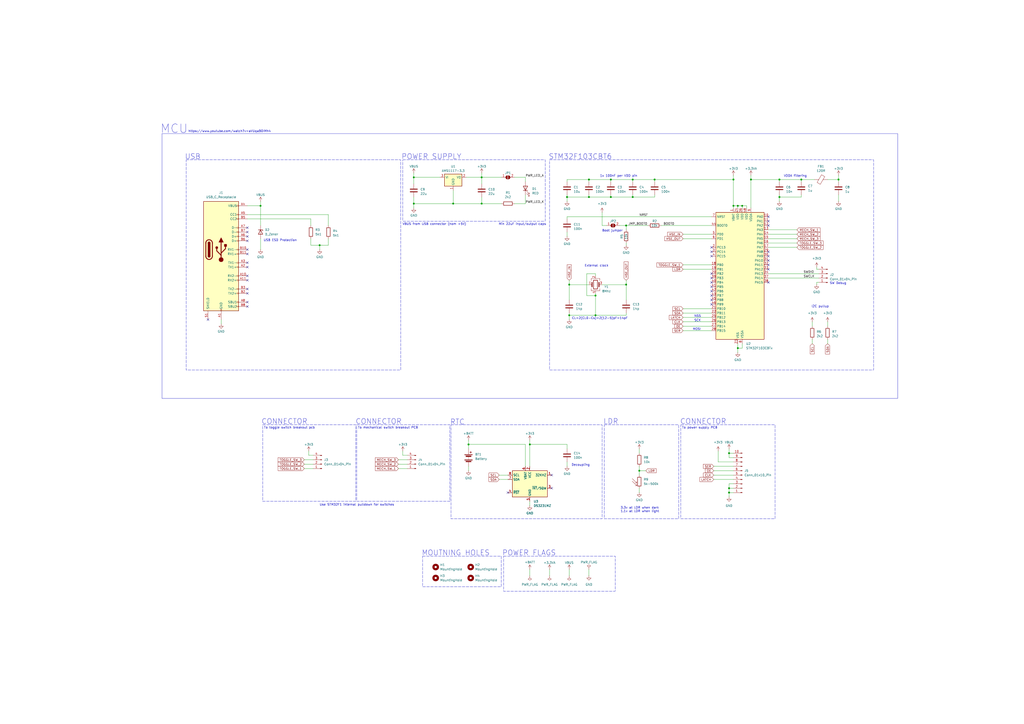
<source format=kicad_sch>
(kicad_sch (version 20231120) (generator "eeschema") (generator_version "8.0")
  (paper "A2")
  (title_block (title "Microcontroller Schematic") (date "2024-07-12") (rev "0.1.4"))
  (junction (at 307.34 257.81))
  (junction (at 363.22 165.1))
  (junction (at 425.45 119.38))
  (junction (at 345.44 171.45))
  (junction (at 363.22 130.81))
  (junction (at 379.73 104.14))
  (junction (at 151.13 119.38))
  (junction (at 330.2 182.88))
  (junction (at 367.03 114.3))
  (junction (at 452.12 114.3))
  (junction (at 345.44 182.88))
  (junction (at 367.03 104.14))
  (junction (at 422.91 285.75))
  (junction (at 422.91 283.21))
  (junction (at 240.03 118.11))
  (junction (at 271.78 257.81))
  (junction (at 427.99 119.38))
  (junction (at 464.82 104.14))
  (junction (at 370.84 273.05))
  (junction (at 279.4 102.87))
  (junction (at 354.33 104.14))
  (junction (at 240.03 102.87))
  (junction (at 341.63 114.3))
  (junction (at 425.45 104.14))
  (junction (at 185.42 142.24))
  (junction (at 422.91 262.89))
  (junction (at 486.41 104.14))
  (junction (at 452.12 104.14))
  (junction (at 430.53 119.38))
  (junction (at 279.4 118.11))
  (junction (at 262.89 118.11))
  (junction (at 354.33 114.3))
  (junction (at 328.93 114.3))
  (junction (at 330.2 165.1))
  (junction (at 341.63 104.14))
  (junction (at 435.61 104.14))
  (junction (at 427.99 201.93))
  (no_connect (at 320.04 275.59))
  (no_connect (at 445.77 128.27))
  (no_connect (at 143.51 134.62))
  (no_connect (at 294.64 285.75))
  (no_connect (at 143.51 147.32))
  (no_connect (at 445.77 151.13))
  (no_connect (at 143.51 152.4))
  (no_connect (at 445.77 146.05))
  (no_connect (at 412.75 171.45))
  (no_connect (at 445.77 163.83))
  (no_connect (at 143.51 175.26))
  (no_connect (at 445.77 153.67))
  (no_connect (at 445.77 125.73))
  (no_connect (at 412.75 163.83))
  (no_connect (at 412.75 168.91))
  (no_connect (at 445.77 156.21))
  (no_connect (at 120.65 185.42))
  (no_connect (at 412.75 148.59))
  (no_connect (at 445.77 130.81))
  (no_connect (at 412.75 143.51))
  (no_connect (at 143.51 170.18))
  (no_connect (at 412.75 146.05))
  (no_connect (at 143.51 137.16))
  (no_connect (at 320.04 283.21))
  (no_connect (at 412.75 166.37))
  (no_connect (at 143.51 167.64))
  (no_connect (at 412.75 161.29))
  (no_connect (at 412.75 176.53))
  (no_connect (at 143.51 177.8))
  (no_connect (at 412.75 158.75))
  (no_connect (at 143.51 144.78))
  (no_connect (at 445.77 148.59))
  (no_connect (at 143.51 132.08))
  (no_connect (at 143.51 160.02))
  (no_connect (at 143.51 154.94))
  (no_connect (at 412.75 173.99))
  (no_connect (at 143.51 162.56))
  (no_connect (at 143.51 139.7))
  (wire (pts (xy 396.24 189.23) (xy 412.75 189.23)))
  (wire (pts (xy 176.53 269.24) (xy 181.61 269.24)))
  (wire (pts (xy 435.61 104.14) (xy 435.61 120.65)))
  (wire (pts (xy 422.91 262.89) (xy 422.91 260.35)))
  (wire (pts (xy 396.24 156.21) (xy 412.75 156.21)))
  (wire (pts (xy 370.84 273.05) (xy 374.65 273.05)))
  (wire (pts (xy 128.27 185.42) (xy 128.27 187.96)))
  (wire (pts (xy 289.56 275.59) (xy 294.64 275.59)))
  (wire (pts (xy 425.45 101.6) (xy 425.45 104.14)))
  (wire (pts (xy 363.22 130.81) (xy 359.41 130.81)))
  (wire (pts (xy 430.53 119.38) (xy 427.99 119.38)))
  (wire (pts (xy 486.41 104.14) (xy 480.06 104.14)))
  (wire (pts (xy 180.34 142.24) (xy 185.42 142.24)))
  (wire (pts (xy 445.77 143.51) (xy 462.28 143.51)))
  (wire (pts (xy 240.03 100.33) (xy 240.03 102.87)))
  (wire (pts (xy 363.22 140.97) (xy 363.22 142.24)))
  (wire (pts (xy 271.78 255.27) (xy 271.78 257.81)))
  (wire (pts (xy 425.45 267.97) (xy 416.56 267.97)))
  (wire (pts (xy 318.77 330.2) (xy 318.77 334.01)))
  (wire (pts (xy 430.53 201.93) (xy 427.99 201.93)))
  (wire (pts (xy 367.03 104.14) (xy 354.33 104.14)))
  (wire (pts (xy 370.84 260.35) (xy 370.84 262.89)))
  (wire (pts (xy 425.45 119.38) (xy 425.45 120.65)))
  (wire (pts (xy 430.53 199.39) (xy 430.53 201.93)))
  (wire (pts (xy 307.34 257.81) (xy 328.93 257.81)))
  (wire (pts (xy 345.44 171.45) (xy 345.44 182.88)))
  (wire (pts (xy 279.4 114.3) (xy 279.4 118.11)))
  (wire (pts (xy 445.77 138.43) (xy 462.28 138.43)))
  (wire (pts (xy 279.4 102.87) (xy 279.4 106.68)))
  (wire (pts (xy 422.91 280.67) (xy 425.45 280.67)))
  (wire (pts (xy 396.24 181.61) (xy 412.75 181.61)))
  (wire (pts (xy 349.25 165.1) (xy 363.22 165.1)))
  (wire (pts (xy 328.93 125.73) (xy 412.75 125.73)))
  (wire (pts (xy 473.71 163.83) (xy 473.71 165.1)))
  (wire (pts (xy 240.03 118.11) (xy 240.03 120.65)))
  (wire (pts (xy 304.8 257.81) (xy 304.8 270.51)))
  (wire (pts (xy 345.44 182.88) (xy 363.22 182.88)))
  (wire (pts (xy 176.53 271.78) (xy 181.61 271.78)))
  (wire (pts (xy 422.91 283.21) (xy 422.91 280.67)))
  (wire (pts (xy 396.24 191.77) (xy 412.75 191.77)))
  (wire (pts (xy 307.34 257.81) (xy 307.34 270.51)))
  (wire (pts (xy 151.13 119.38) (xy 143.51 119.38)))
  (wire (pts (xy 304.8 102.87) (xy 304.8 105.41)))
  (wire (pts (xy 452.12 114.3) (xy 452.12 116.84)))
  (wire (pts (xy 445.77 158.75) (xy 474.98 158.75)))
  (wire (pts (xy 340.36 158.75) (xy 340.36 171.45)))
  (wire (pts (xy 427.99 199.39) (xy 427.99 201.93)))
  (wire (pts (xy 341.63 113.03) (xy 341.63 114.3)))
  (wire (pts (xy 414.02 275.59) (xy 425.45 275.59)))
  (wire (pts (xy 471.17 186.69) (xy 471.17 189.23)))
  (wire (pts (xy 486.41 113.03) (xy 486.41 116.84)))
  (wire (pts (xy 396.24 186.69) (xy 412.75 186.69)))
  (wire (pts (xy 151.13 138.43) (xy 151.13 144.78)))
  (wire (pts (xy 363.22 182.88) (xy 363.22 181.61)))
  (wire (pts (xy 345.44 158.75) (xy 340.36 158.75)))
  (wire (pts (xy 328.93 134.62) (xy 328.93 137.16)))
  (wire (pts (xy 279.4 100.33) (xy 279.4 102.87)))
  (wire (pts (xy 396.24 184.15) (xy 412.75 184.15)))
  (wire (pts (xy 422.91 283.21) (xy 422.91 285.75)))
  (wire (pts (xy 298.45 102.87) (xy 304.8 102.87)))
  (wire (pts (xy 414.02 278.13) (xy 425.45 278.13)))
  (wire (pts (xy 422.91 285.75) (xy 425.45 285.75)))
  (wire (pts (xy 464.82 114.3) (xy 464.82 113.03)))
  (wire (pts (xy 330.2 182.88) (xy 345.44 182.88)))
  (wire (pts (xy 452.12 104.14) (xy 452.12 105.41)))
  (wire (pts (xy 330.2 181.61) (xy 330.2 182.88)))
  (wire (pts (xy 452.12 113.03) (xy 452.12 114.3)))
  (wire (pts (xy 370.84 273.05) (xy 370.84 275.59)))
  (wire (pts (xy 367.03 114.3) (xy 379.73 114.3)))
  (wire (pts (xy 464.82 104.14) (xy 472.44 104.14)))
  (wire (pts (xy 474.98 163.83) (xy 473.71 163.83)))
  (wire (pts (xy 185.42 144.78) (xy 185.42 142.24)))
  (wire (pts (xy 425.45 265.43) (xy 422.91 265.43)))
  (wire (pts (xy 190.5 124.46) (xy 190.5 130.81)))
  (wire (pts (xy 486.41 105.41) (xy 486.41 104.14)))
  (wire (pts (xy 236.22 264.16) (xy 233.68 264.16)))
  (wire (pts (xy 396.24 138.43) (xy 412.75 138.43)))
  (wire (pts (xy 330.2 330.2) (xy 330.2 334.01)))
  (wire (pts (xy 270.51 102.87) (xy 279.4 102.87)))
  (wire (pts (xy 474.98 156.21) (xy 473.71 156.21)))
  (wire (pts (xy 330.2 185.42) (xy 330.2 182.88)))
  (wire (pts (xy 379.73 105.41) (xy 379.73 104.14)))
  (wire (pts (xy 464.82 104.14) (xy 464.82 105.41)))
  (wire (pts (xy 367.03 104.14) (xy 367.03 105.41)))
  (wire (pts (xy 379.73 104.14) (xy 367.03 104.14)))
  (wire (pts (xy 279.4 118.11) (xy 262.89 118.11)))
  (wire (pts (xy 330.2 162.56) (xy 330.2 165.1)))
  (wire (pts (xy 445.77 140.97) (xy 462.28 140.97)))
  (wire (pts (xy 452.12 114.3) (xy 464.82 114.3)))
  (wire (pts (xy 425.45 119.38) (xy 425.45 104.14)))
  (wire (pts (xy 452.12 104.14) (xy 464.82 104.14)))
  (wire (pts (xy 231.14 266.7) (xy 236.22 266.7)))
  (wire (pts (xy 271.78 257.81) (xy 271.78 260.35)))
  (wire (pts (xy 179.07 264.16) (xy 179.07 261.62)))
  (wire (pts (xy 435.61 101.6) (xy 435.61 104.14)))
  (wire (pts (xy 363.22 165.1) (xy 363.22 173.99)))
  (wire (pts (xy 354.33 114.3) (xy 367.03 114.3)))
  (wire (pts (xy 143.51 127) (xy 180.34 127)))
  (wire (pts (xy 367.03 113.03) (xy 367.03 114.3)))
  (wire (pts (xy 349.25 123.19) (xy 349.25 130.81)))
  (wire (pts (xy 181.61 264.16) (xy 179.07 264.16)))
  (wire (pts (xy 435.61 104.14) (xy 452.12 104.14)))
  (wire (pts (xy 340.36 171.45) (xy 345.44 171.45)))
  (wire (pts (xy 425.45 283.21) (xy 422.91 283.21)))
  (wire (pts (xy 396.24 179.07) (xy 412.75 179.07)))
  (wire (pts (xy 341.63 114.3) (xy 354.33 114.3)))
  (wire (pts (xy 345.44 171.45) (xy 345.44 170.18)))
  (wire (pts (xy 480.06 186.69) (xy 480.06 189.23)))
  (wire (pts (xy 370.84 270.51) (xy 370.84 273.05)))
  (wire (pts (xy 363.22 162.56) (xy 363.22 165.1)))
  (wire (pts (xy 430.53 119.38) (xy 430.53 120.65)))
  (wire (pts (xy 298.45 118.11) (xy 304.8 118.11)))
  (wire (pts (xy 231.14 269.24) (xy 236.22 269.24)))
  (wire (pts (xy 383.54 130.81) (xy 412.75 130.81)))
  (wire (pts (xy 396.24 153.67) (xy 412.75 153.67)))
  (wire (pts (xy 480.06 196.85) (xy 480.06 199.39)))
  (wire (pts (xy 416.56 267.97) (xy 416.56 261.62)))
  (wire (pts (xy 307.34 290.83) (xy 307.34 293.37)))
  (wire (pts (xy 486.41 101.6) (xy 486.41 104.14)))
  (wire (pts (xy 433.07 119.38) (xy 430.53 119.38)))
  (wire (pts (xy 427.99 119.38) (xy 425.45 119.38)))
  (wire (pts (xy 363.22 130.81) (xy 375.92 130.81)))
  (wire (pts (xy 271.78 257.81) (xy 304.8 257.81)))
  (wire (pts (xy 328.93 113.03) (xy 328.93 114.3)))
  (wire (pts (xy 328.93 114.3) (xy 341.63 114.3)))
  (wire (pts (xy 363.22 133.35) (xy 363.22 130.81)))
  (wire (pts (xy 341.63 104.14) (xy 341.63 105.41)))
  (wire (pts (xy 328.93 125.73) (xy 328.93 127)))
  (wire (pts (xy 180.34 138.43) (xy 180.34 142.24)))
  (wire (pts (xy 240.03 118.11) (xy 240.03 114.3)))
  (wire (pts (xy 341.63 104.14) (xy 328.93 104.14)))
  (wire (pts (xy 307.34 255.27) (xy 307.34 257.81)))
  (wire (pts (xy 422.91 285.75) (xy 422.91 288.29)))
  (wire (pts (xy 379.73 114.3) (xy 379.73 113.03)))
  (wire (pts (xy 330.2 165.1) (xy 341.63 165.1)))
  (wire (pts (xy 240.03 106.68) (xy 240.03 102.87)))
  (wire (pts (xy 151.13 116.84) (xy 151.13 119.38)))
  (wire (pts (xy 143.51 124.46) (xy 190.5 124.46)))
  (wire (pts (xy 445.77 133.35) (xy 462.28 133.35)))
  (wire (pts (xy 271.78 270.51) (xy 271.78 273.05)))
  (wire (pts (xy 180.34 130.81) (xy 180.34 127)))
  (wire (pts (xy 307.34 330.2) (xy 307.34 334.01)))
  (wire (pts (xy 328.93 267.97) (xy 328.93 270.51)))
  (wire (pts (xy 304.8 118.11) (xy 304.8 113.03)))
  (wire (pts (xy 328.93 260.35) (xy 328.93 257.81)))
  (wire (pts (xy 289.56 278.13) (xy 294.64 278.13)))
  (wire (pts (xy 262.89 110.49) (xy 262.89 118.11)))
  (wire (pts (xy 471.17 196.85) (xy 471.17 199.39)))
  (wire (pts (xy 190.5 138.43) (xy 190.5 142.24)))
  (wire (pts (xy 354.33 113.03) (xy 354.33 114.3)))
  (wire (pts (xy 328.93 104.14) (xy 328.93 105.41)))
  (wire (pts (xy 341.63 330.2) (xy 341.63 334.01)))
  (wire (pts (xy 328.93 116.84) (xy 328.93 114.3)))
  (wire (pts (xy 445.77 135.89) (xy 462.28 135.89)))
  (wire (pts (xy 354.33 104.14) (xy 354.33 105.41)))
  (wire (pts (xy 414.02 270.51) (xy 425.45 270.51)))
  (wire (pts (xy 396.24 135.89) (xy 412.75 135.89)))
  (wire (pts (xy 279.4 118.11) (xy 290.83 118.11)))
  (wire (pts (xy 345.44 160.02) (xy 345.44 158.75)))
  (wire (pts (xy 185.42 142.24) (xy 190.5 142.24)))
  (wire (pts (xy 240.03 102.87) (xy 255.27 102.87)))
  (wire (pts (xy 473.71 156.21) (xy 473.71 154.94)))
  (wire (pts (xy 279.4 102.87) (xy 290.83 102.87)))
  (wire (pts (xy 262.89 118.11) (xy 240.03 118.11)))
  (wire (pts (xy 427.99 204.47) (xy 427.99 201.93)))
  (wire (pts (xy 422.91 265.43) (xy 422.91 262.89)))
  (wire (pts (xy 349.25 130.81) (xy 351.79 130.81)))
  (wire (pts (xy 151.13 119.38) (xy 151.13 130.81)))
  (wire (pts (xy 445.77 161.29) (xy 474.98 161.29)))
  (wire (pts (xy 414.02 273.05) (xy 425.45 273.05)))
  (wire (pts (xy 422.91 262.89) (xy 425.45 262.89)))
  (wire (pts (xy 231.14 271.78) (xy 236.22 271.78)))
  (wire (pts (xy 379.73 104.14) (xy 425.45 104.14)))
  (wire (pts (xy 433.07 119.38) (xy 433.07 120.65)))
  (wire (pts (xy 330.2 165.1) (xy 330.2 173.99)))
  (wire (pts (xy 176.53 266.7) (xy 181.61 266.7)))
  (wire (pts (xy 427.99 119.38) (xy 427.99 120.65)))
  (wire (pts (xy 233.68 264.16) (xy 233.68 261.62)))
  (wire (pts (xy 370.84 283.21) (xy 370.84 285.75)))
  (wire (pts (xy 354.33 104.14) (xy 341.63 104.14)))
  (rectangle (start 245.11 322.58) (end 290.83 340.36) (stroke (width 0) (type dash)))
  (rectangle (start 107.95 92.71) (end 232.41 214.63) (stroke (width 0) (type dash)))
  (rectangle (start 207.01 246.38) (end 260.985 290.83) (stroke (width 0) (type dash)))
  (rectangle (start 233.68 92.71) (end 316.23 128.27) (stroke (width 0) (type dash)))
  (rectangle (start 318.77 92.71) (end 506.73 214.63) (stroke (width 0) (type dash)))
  (rectangle (start 93.98 77.47) (end 520.7 231.14))
  (rectangle (start 261.62 246.38) (end 349.25 300.99) (stroke (width 0) (type dash)))
  (rectangle (start 394.97 246.38) (end 449.58 300.99) (stroke (width 0) (type dash)))
  (rectangle (start 292.1 322.58) (end 356.87 342.9) (stroke (width 0) (type dash)))
  (rectangle (start 350.52 246.38) (end 393.7 300.99) (stroke (width 0) (type dash)))
  (rectangle (start 152.4 246.38) (end 206.375 290.83) (stroke (width 0) (type dash)))
  (text "https://www.youtube.com/watch?v=aVUqaB0IMh4" (at 109.22 76.962 0) (effects (font (size 1.27 1.27)) (justify left bottom)))
  (text "USB" (at 107.188 92.71 0) (effects (font (size 3 3)) (justify left bottom)))
  (text "CONNECTOR" (at 407.924 244.602 0) (effects (font (size 3 3))))
  (text "USB ESD Protection" (at 152.908 140.208 0) (effects (font (size 1.27 1.27)) (justify left bottom)))
  (text "To toggle switch breakout pcb" (at 167.894 248.158 0) (effects (font (size 1.27 1.27))))
  (text "VDDA filtering" (at 454.66 102.87 0) (effects (font (size 1.27 1.27)) (justify left bottom)))
  (text "MOUTNING HOLES" (at 244.602 322.58 0) (effects (font (size 3 3)) (justify left bottom)))
  (text "POWER SUPPLY" (at 232.918 92.71 0) (effects (font (size 3 3)) (justify left bottom)))
  (text "NSS" (at 406.654 184.15 0) (effects (font (size 1.27 1.27)) (justify right bottom)))
  (text "External clock" (at 339.09 154.94 0) (effects (font (size 1.27 1.27)) (justify left bottom)))
  (text "STM32F103CBT6" (at 318.262 92.71 0) (effects (font (size 3 3)) (justify left bottom)))
  (text "3.3v at LDR when dark\n1.1v at LDR when light" (at 359.918 295.656 0) (effects (font (size 1.27 1.27)) (justify left)))
  (text "Decoupling" (at 331.47 270.51 0) (effects (font (size 1.27 1.27)) (justify left bottom)))
  (text "SW Debug" (at 481.33 165.1 0) (effects (font (size 1.27 1.27)) (justify left bottom)))
  (text "CL=2(CL0-Cs)=2(12-5)pF=14pF" (at 331.724 185.42 0) (effects (font (size 1.27 1.27)) (justify left bottom)))
  (text "To mechanical switch breakout PCB" (at 225.044 248.158 0) (effects (font (size 1.27 1.27))))
  (text "I2C pullup" (at 470.662 178.562 0) (effects (font (size 1.27 1.27)) (justify left bottom)))
  (text "CONNECTOR" (at 151.638 246.38 0) (effects (font (size 3 3)) (justify left bottom)))
  (text "POWER FLAGS" (at 291.338 322.58 0) (effects (font (size 3 3)) (justify left bottom)))
  (text "1x 100nF per VDD pin" (at 347.98 102.87 0) (effects (font (size 1.27 1.27)) (justify left bottom)))
  (text "Boot jumper" (at 349.25 134.62 0) (effects (font (size 1.27 1.27)) (justify left bottom)))
  (text "Min 22uF input/output caps" (at 289.306 130.81 0) (effects (font (size 1.27 1.27)) (justify left bottom)))
  (text "MCU" (at 92.964 77.724 0) (effects (font (size 5 5)) (justify left bottom)))
  (text "VBUS from USB connector (nom +5V)\n" (at 233.426 130.81 0) (effects (font (size 1.27 1.27)) (justify left bottom)))
  (text "LDR" (at 354.33 244.602 0) (effects (font (size 3 3))))
  (text "CONNECTOR" (at 206.248 246.38 0) (effects (font (size 3 3)) (justify left bottom)))
  (text "RTC" (at 261.112 246.634 0) (effects (font (size 3 3)) (justify left bottom)))
  (text "To power supply PCB" (at 405.892 248.158 0) (effects (font (size 1.27 1.27))))
  (text "SCK" (at 406.654 186.69 0) (effects (font (size 1.27 1.27)) (justify right bottom)))
  (text "Use STM32F1 internal pulldown for switches" (at 207.01 292.862 0) (effects (font (size 1.27 1.27))))
  (text "MOSI" (at 406.654 191.77 0) (effects (font (size 1.27 1.27)) (justify right bottom)))
  (label "PWR_LED_K" (at 304.8 118.11 0))
  (label "BOOT0" (at 384.81 130.81 0))
  (label "PWR_LED_A" (at 304.8 102.87 0))
  (label "JMP_BOOT0" (at 364.49 130.81 0))
  (label "NRST" (at 370.84 125.73 0))
  (label "SWCLK" (at 466.09 161.29 0))
  (label "SWDIO" (at 466.09 158.75 0))
  (global_label "HSE_OUT" (shape input) (at 363.22 162.56 90) (property "Intersheetrefs" "${INTERSHEET_REFS}" (effects (hide yes))))
  (global_label "HSE_IN" (shape input) (at 330.2 162.56 90) (property "Intersheetrefs" "${INTERSHEET_REFS}" (effects (hide yes))))
  (global_label "LATCH" (shape input) (at 396.24 184.15 180) (property "Intersheetrefs" "${INTERSHEET_REFS}" (effects (hide yes))))
  (global_label "LDR" (shape input) (at 396.24 156.21 180) (property "Intersheetrefs" "${INTERSHEET_REFS}" (effects (hide yes))))
  (global_label "LATCH" (shape input) (at 414.02 278.13 180) (property "Intersheetrefs" "${INTERSHEET_REFS}" (effects (hide yes))))
  (global_label "CLK" (shape input) (at 396.24 186.69 180) (property "Intersheetrefs" "${INTERSHEET_REFS}" (effects (hide yes))))
  (global_label "SCL" (shape input) (at 396.24 179.07 180) (property "Intersheetrefs" "${INTERSHEET_REFS}" (effects (hide yes))))
  (global_label "MECH_SW_3" (shape input) (at 462.28 138.43 0) (property "Intersheetrefs" "${INTERSHEET_REFS}" (effects (hide yes))))
  (global_label "SER" (shape input) (at 396.24 191.77 180) (property "Intersheetrefs" "${INTERSHEET_REFS}" (effects (hide yes))))
  (global_label "SER" (shape input) (at 414.02 270.51 180) (property "Intersheetrefs" "${INTERSHEET_REFS}" (effects (hide yes))))
  (global_label "LDR" (shape input) (at 374.65 273.05 0) (property "Intersheetrefs" "${INTERSHEET_REFS}" (effects (hide yes))))
  (global_label "TOGGLE_SW_2" (shape input) (at 462.28 143.51 0) (property "Intersheetrefs" "${INTERSHEET_REFS}" (effects (hide yes))))
  (global_label "TOGGLE_SW_3" (shape input) (at 176.53 266.7 180) (property "Intersheetrefs" "${INTERSHEET_REFS}" (effects (hide yes))))
  (global_label "SCL" (shape input) (at 289.56 275.59 180) (property "Intersheetrefs" "${INTERSHEET_REFS}" (effects (hide yes))))
  (global_label "OE" (shape input) (at 396.24 189.23 180) (property "Intersheetrefs" "${INTERSHEET_REFS}" (effects (hide yes))))
  (global_label "SDA" (shape input) (at 396.24 181.61 180) (property "Intersheetrefs" "${INTERSHEET_REFS}" (effects (hide yes))))
  (global_label "SDA" (shape input) (at 480.06 199.39 270) (property "Intersheetrefs" "${INTERSHEET_REFS}" (effects (hide yes))))
  (global_label "MECH_SW_1" (shape input) (at 462.28 133.35 0) (property "Intersheetrefs" "${INTERSHEET_REFS}" (effects (hide yes))))
  (global_label "OE" (shape input) (at 414.02 273.05 180) (property "Intersheetrefs" "${INTERSHEET_REFS}" (effects (hide yes))))
  (global_label "TOGGLE_SW_1" (shape input) (at 396.24 153.67 180) (property "Intersheetrefs" "${INTERSHEET_REFS}" (effects (hide yes))))
  (global_label "HSE_IN" (shape input) (at 396.24 135.89 180) (property "Intersheetrefs" "${INTERSHEET_REFS}" (effects (hide yes))))
  (global_label "TOGGLE_SW_2" (shape input) (at 176.53 269.24 180) (property "Intersheetrefs" "${INTERSHEET_REFS}" (effects (hide yes))))
  (global_label "SDA" (shape input) (at 289.56 278.13 180) (property "Intersheetrefs" "${INTERSHEET_REFS}" (effects (hide yes))))
  (global_label "MECH_SW_2" (shape input) (at 462.28 135.89 0) (property "Intersheetrefs" "${INTERSHEET_REFS}" (effects (hide yes))))
  (global_label "SCL" (shape input) (at 471.17 199.39 270) (property "Intersheetrefs" "${INTERSHEET_REFS}" (effects (hide yes))))
  (global_label "TOGGLE_SW_3" (shape input) (at 462.28 140.97 0) (property "Intersheetrefs" "${INTERSHEET_REFS}" (effects (hide yes))))
  (global_label "CLK" (shape input) (at 414.02 275.59 180) (property "Intersheetrefs" "${INTERSHEET_REFS}" (effects (hide yes))))
  (global_label "MECH_SW_2" (shape input) (at 231.14 269.24 180) (property "Intersheetrefs" "${INTERSHEET_REFS}" (effects (hide yes))))
  (global_label "MECH_SW_1" (shape input) (at 231.14 271.78 180) (property "Intersheetrefs" "${INTERSHEET_REFS}" (effects (hide yes))))
  (global_label "HSE_OUT" (shape input) (at 396.24 138.43 180) (property "Intersheetrefs" "${INTERSHEET_REFS}" (effects (hide yes))))
  (global_label "TOGGLE_SW_1" (shape input) (at 176.53 271.78 180) (property "Intersheetrefs" "${INTERSHEET_REFS}" (effects (hide yes))))
  (global_label "MECH_SW_3" (shape input) (at 231.14 266.7 180) (property "Intersheetrefs" "${INTERSHEET_REFS}" (effects (hide yes))))
  (symbol (lib_name "VBUS_3") (lib_id "power:VBUS") (at 151.13 116.84 0) (unit 1)
    (property "Reference" "#PWR06" (effects (hide yes)))
    (property "Value" "VBUS" (at 151.13 113.03 0))
    (property "Description" "Power symbol creates a global label with name \"VBUS\"" (effects (hide yes)))
  )
  (symbol (lib_id "power:PWR_FLAG") (at 341.63 330.2 0) (unit 1)
    (property "Reference" "#FLG01" (effects (hide yes)))
    (property "Value" "PWR_FLAG" (at 341.63 326.136 0))
    (property "Description" "Special symbol for telling ERC where power comes from" (effects (hide yes)))
  )
  (symbol (lib_id "power:GND") (at 473.71 165.1 0) (unit 1)
    (property "Reference" "#PWR016" (effects (hide yes)))
    (property "Value" "GND" (at 473.71 169.418 0))
    (property "Description" "Power symbol creates a global label with name \"GND\" , ground" (effects (hide yes)))
  )
  (symbol (lib_id "Regulator_Linear:AMS1117-3.3") (at 262.89 102.87 0) (unit 1)
    (property "Reference" "U1" (at 262.89 96.52 0))
    (property "Value" "AMS1117-3.3" (at 262.89 99.06 0))
    (property "Footprint" "Package_TO_SOT_SMD:SOT-223-3_TabPin2" (effects (hide yes)))
    (property "Datasheet" "http://www.advanced-monolithic.com/pdf/ds1117.pdf" (effects (hide yes)))
  )
  (symbol (lib_id "Device:Battery") (at 271.78 265.43 0) (unit 1)
    (property "Reference" "BT1" (at 275.59 263.5884 0) (effects (justify left)))
    (property "Value" "Battery" (at 275.59 266.1284 0) (effects (justify left)))
    (property "Footprint" "Custom:BAT-HLD-005-THM" (effects (hide yes)))
  )
  (symbol (lib_id "Device:Crystal_GND24") (at 345.44 165.1 0) (unit 1)
    (property "Reference" "Y1" (at 351.79 166.37 0))
    (property "Value" "8Mhz" (at 351.79 168.91 0))
    (property "Footprint" "Crystal:Crystal_SMD_3225-4Pin_3.2x2.5mm" (effects (hide yes)))
    (property "Description" "TAXM8M4RFDCET2T" (effects (hide yes)))
  )
  (symbol (lib_id "Connector:Conn_01x10_Pin") (at 430.53 275.59 180) (unit 1)
    (property "Reference" "J5" (at 431.8 273.0499 0) (effects (justify right)))
    (property "Value" "Conn_01x10_Pin" (at 431.8 275.5899 0) (effects (justify right)))
    (property "Footprint" "Connector_IDC:IDC-Header_2x05_P2.54mm_Vertical" (effects (hide yes)))
    (property "Description" "Generic connector, single row, 01x10, script generated" (effects (hide yes)))
  )
  (symbol (lib_id "power:PWR_FLAG") (at 307.34 334.01 180) (unit 1)
    (property "Reference" "#FLG02" (effects (hide yes)))
    (property "Value" "PWR_FLAG" (at 307.34 339.09 0))
    (property "Description" "Special symbol for telling ERC where power comes from" (effects (hide yes)))
  )
  (symbol (lib_id "power:+BATT") (at 271.78 255.27 0) (unit 1)
    (property "Reference" "#PWR022" (effects (hide yes)))
    (property "Value" "+BATT" (at 271.78 251.46 0))
    (property "Description" "Power symbol creates a global label with name \"+BATT\"" (effects (hide yes)))
  )
  (symbol (lib_id "power:+BATT") (at 307.34 330.2 0) (unit 1)
    (property "Reference" "#PWR034" (effects (hide yes)))
    (property "Value" "+BATT" (at 307.34 326.136 0))
    (property "Description" "Power symbol creates a global label with name \"+BATT\"" (effects (hide yes)))
  )
  (symbol (lib_id "power:+3V3") (at 349.25 123.19 0) (unit 1)
    (property "Reference" "#PWR011" (effects (hide yes)))
    (property "Value" "+3V3" (at 349.25 118.11 0))
    (property "Description" "Power symbol creates a global label with name \"+3V3\"" (effects (hide yes)))
  )
  (symbol (lib_id "Device:C") (at 328.93 264.16 0) (unit 1)
    (property "Reference" "C14" (at 332.74 262.8899 0) (effects (justify left)))
    (property "Value" "100n" (at 332.74 265.4299 0) (effects (justify left)))
    (property "Footprint" "Capacitor_SMD:C_0603_1608Metric" (effects (hide yes)))
  )
  (symbol (lib_id "Device:R") (at 294.64 118.11 270) (unit 1)
    (property "Reference" "R1" (at 294.64 111.76 90))
    (property "Value" "2k2" (at 294.64 114.3 90))
    (property "Footprint" "Resistor_SMD:R_0603_1608Metric" (effects (hide yes)))
  )
  (symbol (lib_id "power:+3V3") (at 307.34 255.27 0) (unit 1)
    (property "Reference" "#PWR023" (effects (hide yes)))
    (property "Value" "+3V3" (at 307.34 251.46 0))
    (property "Description" "Power symbol creates a global label with name \"+3V3\"" (effects (hide yes)))
  )
  (symbol (lib_id "power:GND") (at 427.99 204.47 0) (unit 1)
    (property "Reference" "#PWR021" (effects (hide yes)))
    (property "Value" "GND" (at 427.99 208.788 0))
    (property "Description" "Power symbol creates a global label with name \"GND\" , ground" (effects (hide yes)))
  )
  (symbol (lib_id "power:+3V3") (at 425.45 101.6 0) (unit 1)
    (property "Reference" "#PWR03" (effects (hide yes)))
    (property "Value" "+3V3" (at 425.45 97.79 0))
    (property "Description" "Power symbol creates a global label with name \"+3V3\"" (effects (hide yes)))
  )
  (symbol (lib_id "Connector:USB_C_Receptacle") (at 128.27 144.78 0) (unit 1)
    (property "Reference" "J1" (at 128.27 111.76 0))
    (property "Value" "USB_C_Receptacle" (at 128.27 114.3 0))
    (property "Footprint" "Connector_USB:USB_C_Receptacle_GCT_USB4125-xx-x-0190_6P_TopMnt_Horizontal" (effects (hide yes)))
    (property "Datasheet" "https://www.usb.org/sites/default/files/documents/usb_type-c.zip" (effects (hide yes)))
  )
  (symbol (lib_id "Device:R") (at 379.73 130.81 270) (unit 1)
    (property "Reference" "R2" (at 379.73 128.27 90))
    (property "Value" "10k" (at 379.73 130.81 90))
    (property "Footprint" "Resistor_SMD:R_0603_1608Metric" (effects (hide yes)))
  )
  (symbol (lib_id "power:GND") (at 328.93 270.51 0) (unit 1)
    (property "Reference" "#PWR029" (effects (hide yes)))
    (property "Value" "GND" (at 328.93 274.828 0))
    (property "Description" "Power symbol creates a global label with name \"GND\" , ground" (effects (hide yes)))
  )
  (symbol (lib_id "power:PWR_FLAG") (at 330.2 334.01 180) (unit 1)
    (property "Reference" "#FLG04" (effects (hide yes)))
    (property "Value" "PWR_FLAG" (at 330.2 339.09 0))
    (property "Description" "Special symbol for telling ERC where power comes from" (effects (hide yes)))
  )
  (symbol (lib_id "Device:C") (at 240.03 110.49 0) (unit 1)
    (property "Reference" "C9" (at 243.84 109.855 0) (effects (justify left)))
    (property "Value" "22u" (at 243.84 112.395 0) (effects (justify left)))
    (property "Footprint" "Capacitor_SMD:C_0805_2012Metric" (effects (hide yes)))
  )
  (symbol (lib_id "power:GND") (at 328.93 116.84 0) (unit 1)
    (property "Reference" "#PWR07" (effects (hide yes)))
    (property "Value" "GND" (at 328.93 121.158 0))
    (property "Description" "Power symbol creates a global label with name \"GND\" , ground" (effects (hide yes)))
  )
  (symbol (lib_id "Device:R") (at 471.17 193.04 180) (unit 1)
    (property "Reference" "R6" (at 473.71 192.405 0) (effects (justify right)))
    (property "Value" "2k2" (at 473.71 194.945 0) (effects (justify right)))
    (property "Footprint" "Resistor_SMD:R_0603_1608Metric" (effects (hide yes)))
  )
  (symbol (lib_id "Device:R") (at 363.22 137.16 180) (unit 1)
    (property "Reference" "R5" (at 360.68 137.16 90))
    (property "Value" "10k" (at 363.22 137.16 90))
    (property "Footprint" "Resistor_SMD:R_0603_1608Metric" (effects (hide yes)))
  )
  (symbol (lib_id "Mechanical:MountingHole") (at 273.05 328.93 0) (unit 1) (exclude_from_sim yes) (in_bom no)
    (property "Reference" "H2" (at 275.59 327.6599 0) (effects (justify left)))
    (property "Value" "MountingHole" (at 275.59 330.1999 0) (effects (justify left)))
    (property "Footprint" "MountingHole:MountingHole_3.2mm_M3" (effects (hide yes)))
    (property "Description" "Mounting Hole without connection" (effects (hide yes)))
  )
  (symbol (lib_id "power:+3.3VA") (at 435.61 101.6 0) (unit 1)
    (property "Reference" "#PWR04" (effects (hide yes)))
    (property "Value" "+3.3VA" (at 435.61 97.79 0))
    (property "Description" "Power symbol creates a global label with name \"+3.3VA\"" (effects (hide yes)))
  )
  (symbol (lib_id "power:+3V3") (at 480.06 186.69 0) (unit 1)
    (property "Reference" "#PWR019" (effects (hide yes)))
    (property "Value" "+3V3" (at 480.06 181.61 0))
    (property "Description" "Power symbol creates a global label with name \"+3V3\"" (effects (hide yes)))
  )
  (symbol (lib_id "power:+3V3") (at 486.41 101.6 0) (unit 1)
    (property "Reference" "#PWR05" (effects (hide yes)))
    (property "Value" "+3V3" (at 486.41 97.79 0))
    (property "Description" "Power symbol creates a global label with name \"+3V3\"" (effects (hide yes)))
  )
  (symbol (lib_id "Device:C") (at 279.4 110.49 0) (unit 1)
    (property "Reference" "C10" (at 283.21 109.855 0) (effects (justify left)))
    (property "Value" "22u" (at 283.21 112.395 0) (effects (justify left)))
    (property "Footprint" "Capacitor_SMD:C_0805_2012Metric" (effects (hide yes)))
  )
  (symbol (lib_name "+3.3VA_1") (lib_id "power:+3.3VA") (at 318.77 330.2 0) (unit 1)
    (property "Reference" "#PWR035" (effects (hide yes)))
    (property "Value" "+3.3VA" (at 318.77 326.39 0))
    (property "Description" "Power symbol creates a global label with name \"+3.3VA\"" (effects (hide yes)))
  )
  (symbol (lib_id "Device:C") (at 379.73 109.22 0) (unit 1)
    (property "Reference" "C5" (at 383.54 108.585 0) (effects (justify left)))
    (property "Value" "100n" (at 383.54 111.125 0) (effects (justify left)))
    (property "Footprint" "Capacitor_SMD:C_0603_1608Metric" (effects (hide yes)))
  )
  (symbol (lib_id "power:+3V3") (at 370.84 260.35 0) (unit 1)
    (property "Reference" "#PWR024" (effects (hide yes)))
    (property "Value" "+3V3" (at 370.84 256.54 0))
    (property "Description" "Power symbol creates a global label with name \"+3V3\"" (effects (hide yes)))
  )
  (symbol (lib_id "Device:R") (at 370.84 266.7 0) (unit 1)
    (property "Reference" "R8" (at 373.38 265.4299 0) (effects (justify left)))
    (property "Value" "10k" (at 373.38 267.9699 0) (effects (justify left)))
    (property "Footprint" "Resistor_SMD:R_0603_1608Metric" (effects (hide yes)))
    (property "Description" "Resistor" (effects (hide yes)))
  )
  (symbol (lib_id "Device:C") (at 330.2 177.8 0) (unit 1)
    (property "Reference" "C12" (at 334.01 176.53 0) (effects (justify left)))
    (property "Value" "14p" (at 334.01 179.07 0) (effects (justify left)))
    (property "Footprint" "Capacitor_SMD:C_0603_1608Metric" (effects (hide yes)))
  )
  (symbol (lib_id "Connector:Conn_01x04_Pin") (at 186.69 269.24 180) (unit 1)
    (property "Reference" "J3" (at 187.96 266.6999 0) (effects (justify right)))
    (property "Value" "Conn_01x04_Pin" (at 187.96 269.2399 0) (effects (justify right)))
    (property "Footprint" "Connector_PinHeader_2.54mm:PinHeader_1x04_P2.54mm_Vertical" (effects (hide yes)))
    (property "Description" "Generic connector, single row, 01x04, script generated" (effects (hide yes)))
  )
  (symbol (lib_id "Sensor_Optical:A9013") (at 370.84 279.4 0) (unit 1)
    (property "Reference" "R9" (at 373.38 278.1299 0) (effects (justify left)))
    (property "Value" "5k-500k" (at 373.38 280.6699 0) (effects (justify left)))
    (property "Footprint" "OptoDevice:R_LDR_5.0x4.1mm_P3mm_Vertical" (effects (hide yes)))
    (property "Description" "light dependent resistor" (effects (hide yes)))
  )
  (symbol (lib_id "Device:R") (at 180.34 134.62 180) (unit 1)
    (property "Reference" "R3" (at 182.88 133.3499 0) (effects (justify right)))
    (property "Value" "5k1" (at 182.88 135.8899 0) (effects (justify right)))
    (property "Footprint" "Resistor_SMD:R_0603_1608Metric" (effects (hide yes)))
  )
  (symbol (lib_id "Mechanical:MountingHole") (at 252.73 328.93 0) (unit 1) (exclude_from_sim yes) (in_bom no)
    (property "Reference" "H1" (at 255.27 327.6599 0) (effects (justify left)))
    (property "Value" "MountingHole" (at 255.27 330.1999 0) (effects (justify left)))
    (property "Footprint" "MountingHole:MountingHole_3.2mm_M3" (effects (hide yes)))
    (property "Description" "Mounting Hole without connection" (effects (hide yes)))
  )
  (symbol (lib_id "Mechanical:MountingHole") (at 273.05 335.28 0) (unit 1) (exclude_from_sim yes) (in_bom no)
    (property "Reference" "H4" (at 275.59 334.0099 0) (effects (justify left)))
    (property "Value" "MountingHole" (at 275.59 336.5499 0) (effects (justify left)))
    (property "Footprint" "MountingHole:MountingHole_3.2mm_M3" (effects (hide yes)))
    (property "Description" "Mounting Hole without connection" (effects (hide yes)))
  )
  (symbol (lib_id "power:GND") (at 341.63 334.01 0) (unit 1)
    (property "Reference" "#PWR037" (effects (hide yes)))
    (property "Value" "GND" (at 341.63 339.09 0))
    (property "Description" "Power symbol creates a global label with name \"GND\" , ground" (effects (hide yes)))
  )
  (symbol (lib_id "Device:D_Zener") (at 151.13 134.62 270) (unit 1)
    (property "Reference" "D2" (at 153.67 133.3499 90) (effects (justify left)))
    (property "Value" "D_Zener" (at 153.67 135.8899 90) (effects (justify left)))
    (property "Footprint" "Diode_SMD:D_SOD-323" (effects (hide yes)))
    (property "Description" "Zener diode" (effects (hide yes)))
  )
  (symbol (lib_id "Device:R") (at 190.5 134.62 180) (unit 1)
    (property "Reference" "R4" (at 193.04 133.985 0) (effects (justify right)))
    (property "Value" "5k1" (at 193.04 136.525 0) (effects (justify right)))
    (property "Footprint" "Resistor_SMD:R_0603_1608Metric" (effects (hide yes)))
  )
  (symbol (lib_id "power:GND") (at 240.03 120.65 0) (unit 1)
    (property "Reference" "#PWR010" (effects (hide yes)))
    (property "Value" "GND" (at 240.03 124.968 0))
    (property "Description" "Power symbol creates a global label with name \"GND\" , ground" (effects (hide yes)))
  )
  (symbol (lib_id "power:+3V3") (at 473.71 154.94 0) (unit 1)
    (property "Reference" "#PWR015" (effects (hide yes)))
    (property "Value" "+3V3" (at 473.71 149.86 0))
    (property "Description" "Power symbol creates a global label with name \"+3V3\"" (effects (hide yes)))
  )
  (symbol (lib_id "power:GND") (at 271.78 273.05 0) (unit 1)
    (property "Reference" "#PWR030" (effects (hide yes)))
    (property "Value" "GND" (at 271.78 277.368 0))
    (property "Description" "Power symbol creates a global label with name \"GND\" , ground" (effects (hide yes)))
  )
  (symbol (lib_id "power:+3V3") (at 416.56 261.62 0) (unit 1)
    (property "Reference" "#PWR028" (effects (hide yes)))
    (property "Value" "+3V3" (at 416.56 256.54 0))
    (property "Description" "Power symbol creates a global label with name \"+3V3\"" (effects (hide yes)))
  )
  (symbol (lib_id "power:GND") (at 486.41 116.84 0) (unit 1)
    (property "Reference" "#PWR09" (effects (hide yes)))
    (property "Value" "GND" (at 486.41 121.158 0))
    (property "Description" "Power symbol creates a global label with name \"GND\" , ground" (effects (hide yes)))
  )
  (symbol (lib_id "Device:C") (at 486.41 109.22 0) (unit 1)
    (property "Reference" "C8" (at 490.22 108.585 0) (effects (justify left)))
    (property "Value" "1u" (at 490.22 111.125 0) (effects (justify left)))
    (property "Footprint" "Capacitor_SMD:C_0603_1608Metric" (effects (hide yes)))
  )
  (symbol (lib_id "Device:FerriteBead") (at 476.25 104.14 90) (unit 1)
    (property "Reference" "FB1" (at 476.1992 96.52 90))
    (property "Value" "120R" (at 476.1992 99.06 90))
    (property "Footprint" "Resistor_SMD:R_0603_1608Metric" (effects (hide yes)))
  )
  (symbol (lib_id "Connector:Conn_01x04_Pin") (at 241.3 269.24 180) (unit 1)
    (property "Reference" "J4" (at 242.57 266.6999 0) (effects (justify right)))
    (property "Value" "Conn_01x04_Pin" (at 242.57 269.2399 0) (effects (justify right)))
    (property "Footprint" "Connector_PinHeader_2.54mm:PinHeader_1x04_P2.54mm_Vertical" (effects (hide yes)))
    (property "Description" "Generic connector, single row, 01x04, script generated" (effects (hide yes)))
  )
  (symbol (lib_id "Device:C") (at 328.93 130.81 0) (unit 1)
    (property "Reference" "C11" (at 332.74 130.175 0) (effects (justify left)))
    (property "Value" "100n" (at 332.74 132.715 0) (effects (justify left)))
    (property "Footprint" "Capacitor_SMD:C_0603_1608Metric" (effects (hide yes)))
  )
  (symbol (lib_id "power:GND") (at 363.22 142.24 0) (unit 1)
    (property "Reference" "#PWR013" (effects (hide yes)))
    (property "Value" "GND" (at 363.22 146.558 0))
    (property "Description" "Power symbol creates a global label with name \"GND\" , ground" (effects (hide yes)))
  )
  (symbol (lib_id "power:+3V3") (at 279.4 100.33 0) (unit 1)
    (property "Reference" "#PWR02" (effects (hide yes)))
    (property "Value" "+3V3" (at 279.4 96.52 0))
    (property "Description" "Power symbol creates a global label with name \"+3V3\"" (effects (hide yes)))
  )
  (symbol (lib_id "Device:C") (at 452.12 109.22 0) (unit 1)
    (property "Reference" "C6" (at 455.93 108.585 0) (effects (justify left)))
    (property "Value" "10n" (at 455.93 111.125 0) (effects (justify left)))
    (property "Footprint" "Capacitor_SMD:C_0603_1608Metric" (effects (hide yes)))
  )
  (symbol (lib_id "Device:R") (at 480.06 193.04 180) (unit 1)
    (property "Reference" "R7" (at 482.6 192.405 0) (effects (justify right)))
    (property "Value" "2k2" (at 482.6 194.945 0) (effects (justify right)))
    (property "Footprint" "Resistor_SMD:R_0603_1608Metric" (effects (hide yes)))
  )
  (symbol (lib_id "power:GND") (at 452.12 116.84 0) (unit 1)
    (property "Reference" "#PWR08" (effects (hide yes)))
    (property "Value" "GND" (at 452.12 121.158 0))
    (property "Description" "Power symbol creates a global label with name \"GND\" , ground" (effects (hide yes)))
  )
  (symbol (lib_name "VBUS_2") (lib_id "power:VBUS") (at 240.03 100.33 0) (unit 1)
    (property "Reference" "#PWR01" (effects (hide yes)))
    (property "Value" "VBUS" (at 240.03 96.52 0))
    (property "Description" "Power symbol creates a global label with name \"VBUS\"" (effects (hide yes)))
  )
  (symbol (lib_id "Device:LED") (at 304.8 109.22 90) (unit 1)
    (property "Reference" "D1" (at 308.61 109.5374 90) (effects (justify right)))
    (property "Value" "RED" (at 308.61 112.0774 90) (effects (justify right)))
    (property "Footprint" "LED_SMD:LED_0603_1608Metric" (effects (hide yes)))
  )
  (symbol (lib_id "power:GND") (at 370.84 285.75 0) (unit 1)
    (property "Reference" "#PWR031" (effects (hide yes)))
    (property "Value" "GND" (at 370.84 290.068 0))
    (property "Description" "Power symbol creates a global label with name \"GND\" , ground" (effects (hide yes)))
  )
  (symbol (lib_id "power:GND") (at 185.42 144.78 0) (unit 1)
    (property "Reference" "#PWR038" (effects (hide yes)))
    (property "Value" "GND" (at 185.42 149.098 0))
    (property "Description" "Power symbol creates a global label with name \"GND\" , ground" (effects (hide yes)))
  )
  (symbol (lib_id "power:GND") (at 328.93 137.16 0) (unit 1)
    (property "Reference" "#PWR012" (effects (hide yes)))
    (property "Value" "GND" (at 328.93 141.478 0))
    (property "Description" "Power symbol creates a global label with name \"GND\" , ground" (effects (hide yes)))
  )
  (symbol (lib_id "Device:C") (at 328.93 109.22 0) (unit 1)
    (property "Reference" "C1" (at 332.74 108.585 0) (effects (justify left)))
    (property "Value" "10u" (at 332.74 111.125 0) (effects (justify left)))
    (property "Footprint" "Capacitor_SMD:C_0603_1608Metric" (effects (hide yes)))
  )
  (symbol (lib_id "power:GND") (at 151.13 144.78 0) (unit 1)
    (property "Reference" "#PWR014" (effects (hide yes)))
    (property "Value" "GND" (at 151.13 149.098 0))
    (property "Description" "Power symbol creates a global label with name \"GND\" , ground" (effects (hide yes)))
  )
  (symbol (lib_id "Connector:Conn_01x04_Pin") (at 480.06 161.29 180) (unit 1)
    (property "Reference" "J2" (at 481.33 159.385 0) (effects (justify right)))
    (property "Value" "Conn_01x04_Pin" (at 481.33 161.925 0) (effects (justify right)))
    (property "Footprint" "Connector_PinHeader_2.54mm:PinHeader_1x04_P2.54mm_Vertical" (effects (hide yes)))
  )
  (symbol (lib_id "Device:C") (at 367.03 109.22 0) (unit 1)
    (property "Reference" "C4" (at 370.84 108.585 0) (effects (justify left)))
    (property "Value" "100n" (at 370.84 111.125 0) (effects (justify left)))
    (property "Footprint" "Capacitor_SMD:C_0603_1608Metric" (effects (hide yes)))
  )
  (symbol (lib_id "Device:C") (at 341.63 109.22 0) (unit 1)
    (property "Reference" "C2" (at 345.44 108.585 0) (effects (justify left)))
    (property "Value" "100n" (at 345.44 111.125 0) (effects (justify left)))
    (property "Footprint" "Capacitor_SMD:C_0603_1608Metric" (effects (hide yes)))
  )
  (symbol (lib_name "VBUS_1") (lib_id "power:VBUS") (at 330.2 330.2 0) (unit 1)
    (property "Reference" "#PWR036" (effects (hide yes)))
    (property "Value" "VBUS" (at 330.2 326.39 0))
    (property "Description" "Power symbol creates a global label with name \"VBUS\"" (effects (hide yes)))
  )
  (symbol (lib_id "Device:C") (at 464.82 109.22 0) (unit 1)
    (property "Reference" "C7" (at 468.63 107.9499 0) (effects (justify left)))
    (property "Value" "1u" (at 468.63 110.4899 0) (effects (justify left)))
    (property "Footprint" "Capacitor_SMD:C_0603_1608Metric" (effects (hide yes)))
  )
  (symbol (lib_id "power:GND") (at 330.2 185.42 0) (unit 1)
    (property "Reference" "#PWR017" (effects (hide yes)))
    (property "Value" "GND" (at 330.2 189.738 0))
    (property "Description" "Power symbol creates a global label with name \"GND\" , ground" (effects (hide yes)))
  )
  (symbol (lib_id "Jumper:SolderJumper_2_Open") (at 355.6 130.81 0) (unit 1)
    (property "Reference" "JP2" (at 355.6 128.27 0))
    (property "Value" "SolderJumper_2_Open" (effects (hide yes)))
    (property "Footprint" "Connector_PinHeader_2.54mm:PinHeader_1x02_P2.54mm_Vertical" (effects (hide yes)))
  )
  (symbol (lib_id "Device:C") (at 354.33 109.22 0) (unit 1)
    (property "Reference" "C3" (at 358.14 108.585 0) (effects (justify left)))
    (property "Value" "100n" (at 358.14 111.125 0) (effects (justify left)))
    (property "Footprint" "Capacitor_SMD:C_0603_1608Metric" (effects (hide yes)))
  )
  (symbol (lib_id "Device:C") (at 363.22 177.8 0) (unit 1)
    (property "Reference" "C13" (at 367.03 176.53 0) (effects (justify left)))
    (property "Value" "14p" (at 367.03 179.07 0) (effects (justify left)))
    (property "Footprint" "Capacitor_SMD:C_0603_1608Metric" (effects (hide yes)))
  )
  (symbol (lib_id "power:+3V3") (at 233.68 261.62 0) (unit 1)
    (property "Reference" "#PWR027" (effects (hide yes)))
    (property "Value" "+3V3" (at 233.68 257.81 0))
    (property "Description" "Power symbol creates a global label with name \"+3V3\"" (effects (hide yes)))
  )
  (symbol (lib_id "power:GND") (at 128.27 187.96 0) (unit 1)
    (property "Reference" "#PWR020" (effects (hide yes)))
    (property "Value" "GND" (at 128.27 192.278 0))
    (property "Description" "Power symbol creates a global label with name \"GND\" , ground" (effects (hide yes)))
  )
  (symbol (lib_id "power:GND") (at 422.91 288.29 0) (unit 1)
    (property "Reference" "#PWR032" (effects (hide yes)))
    (property "Value" "GND" (at 422.91 293.37 0))
    (property "Description" "Power symbol creates a global label with name \"GND\" , ground" (effects (hide yes)))
  )
  (symbol (lib_id "power:+3V3") (at 471.17 186.69 0) (unit 1)
    (property "Reference" "#PWR018" (effects (hide yes)))
    (property "Value" "+3V3" (at 471.17 181.61 0))
    (property "Description" "Power symbol creates a global label with name \"+3V3\"" (effects (hide yes)))
  )
  (symbol (lib_id "Timer_RTC:DS3231MZ") (at 307.34 280.67 0) (unit 1)
    (property "Reference" "U3" (at 309.5341 290.83 0) (effects (justify left)))
    (property "Value" "DS3231MZ" (at 309.5341 293.37 0) (effects (justify left)))
    (property "Footprint" "Custom:SOP-8_4.93mmxP1.27mm" (effects (hide yes)))
    (property "Datasheet" "http://datasheets.maximintegrated.com/en/ds/DS3231M.pdf" (effects (hide yes)))
    (property "Description" "±5ppm, I2C Real-Time Clock SOIC-8" (effects (hide yes)))
  )
  (symbol (lib_id "Jumper:SolderJumper_2_Open") (at 294.64 102.87 0) (unit 1)
    (property "Reference" "JP1" (at 294.64 100.33 0))
    (property "Value" "SolderJumper_2_Open" (effects (hide yes)))
    (property "Footprint" "Connector_PinHeader_2.54mm:PinHeader_1x02_P2.54mm_Vertical" (effects (hide yes)))
  )
  (symbol (lib_id "power:GND") (at 307.34 293.37 0) (unit 1)
    (property "Reference" "#PWR033" (effects (hide yes)))
    (property "Value" "GND" (at 307.34 297.688 0))
    (property "Description" "Power symbol creates a global label with name \"GND\" , ground" (effects (hide yes)))
  )
  (symbol (lib_id "Mechanical:MountingHole") (at 252.73 335.28 0) (unit 1) (exclude_from_sim yes) (in_bom no)
    (property "Reference" "H3" (at 255.27 334.0099 0) (effects (justify left)))
    (property "Value" "MountingHole" (at 255.27 336.5499 0) (effects (justify left)))
    (property "Footprint" "MountingHole:MountingHole_3.2mm_M3" (effects (hide yes)))
    (property "Description" "Mounting Hole without connection" (effects (hide yes)))
  )
  (symbol (lib_id "power:VBUS") (at 422.91 260.35 0) (unit 1)
    (property "Reference" "#PWR025" (effects (hide yes)))
    (property "Value" "VBUS" (at 422.91 256.54 0))
    (property "Description" "Power symbol creates a global label with name \"VBUS\"" (effects (hide yes)))
  )
  (symbol (lib_id "MCU_ST_STM32F1:STM32F103CBTx") (at 427.99 161.29 0) (unit 1)
    (property "Reference" "U2" (at 432.7241 199.39 0) (effects (justify left)))
    (property "Value" "STM32F103CBTx" (at 432.7241 201.93 0) (effects (justify left)))
    (property "Footprint" "Package_QFP:LQFP-48_7x7mm_P0.5mm" (effects (hide yes)))
    (property "Datasheet" "https://www.st.com/resource/en/datasheet/stm32f103cb.pdf" (effects (hide yes)))
    (property "Description" "STMicroelectronics Arm Cortex-M3 MCU, 128KB flash, 20KB RAM, 72 MHz, 2.0-3.6V, 37 GPIO, LQFP48" (effects (hide yes)))
  )
  (symbol (lib_id "power:+3V3") (at 179.07 261.62 0) (unit 1)
    (property "Reference" "#PWR026" (effects (hide yes)))
    (property "Value" "+3V3" (at 179.07 257.81 0))
    (property "Description" "Power symbol creates a global label with name \"+3V3\"" (effects (hide yes)))
  )
  (symbol (lib_id "power:PWR_FLAG") (at 318.77 334.01 180) (unit 1)
    (property "Reference" "#FLG03" (effects (hide yes)))
    (property "Value" "PWR_FLAG" (at 318.77 339.09 0))
    (property "Description" "Special symbol for telling ERC where power comes from" (effects (hide yes)))
  )
)
</source>
